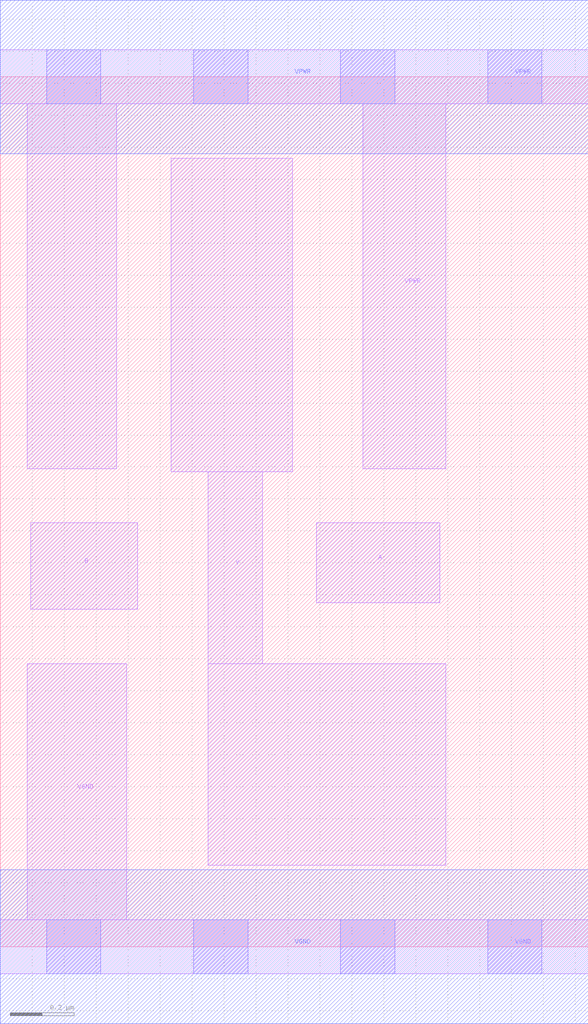
<source format=lef>
# Copyright 2020 The SkyWater PDK Authors
#
# Licensed under the Apache License, Version 2.0 (the "License");
# you may not use this file except in compliance with the License.
# You may obtain a copy of the License at
#
#     https://www.apache.org/licenses/LICENSE-2.0
#
# Unless required by applicable law or agreed to in writing, software
# distributed under the License is distributed on an "AS IS" BASIS,
# WITHOUT WARRANTIES OR CONDITIONS OF ANY KIND, either express or implied.
# See the License for the specific language governing permissions and
# limitations under the License.
#
# SPDX-License-Identifier: Apache-2.0

VERSION 5.7 ;
  NAMESCASESENSITIVE ON ;
  NOWIREEXTENSIONATPIN ON ;
  DIVIDERCHAR "/" ;
  BUSBITCHARS "[]" ;
UNITS
  DATABASE MICRONS 200 ;
END UNITS
PROPERTYDEFINITIONS
  MACRO maskLayoutSubType STRING ;
  MACRO prCellType STRING ;
  MACRO originalViewName STRING ;
END PROPERTYDEFINITIONS
MACRO sky130_fd_sc_hdll__nand2_1
  CLASS CORE ;
  FOREIGN sky130_fd_sc_hdll__nand2_1 ;
  ORIGIN  0.000000  0.000000 ;
  SIZE  1.840000 BY  2.720000 ;
  SYMMETRY X Y R90 ;
  SITE unithd ;
  PIN A
    ANTENNAGATEAREA  0.277500 ;
    DIRECTION INPUT ;
    USE SIGNAL ;
    PORT
      LAYER li1 ;
        RECT 0.990000 1.075000 1.375000 1.325000 ;
    END
  END A
  PIN B
    ANTENNAGATEAREA  0.277500 ;
    DIRECTION INPUT ;
    USE SIGNAL ;
    PORT
      LAYER li1 ;
        RECT 0.095000 1.055000 0.430000 1.325000 ;
    END
  END B
  PIN Y
    ANTENNADIFFAREA  0.491500 ;
    DIRECTION OUTPUT ;
    USE SIGNAL ;
    PORT
      LAYER li1 ;
        RECT 0.535000 1.485000 0.915000 2.465000 ;
        RECT 0.650000 0.255000 1.395000 0.885000 ;
        RECT 0.650000 0.885000 0.820000 1.485000 ;
    END
  END Y
  PIN VGND
    DIRECTION INOUT ;
    USE GROUND ;
    PORT
      LAYER li1 ;
        RECT 0.000000 -0.085000 1.840000 0.085000 ;
        RECT 0.085000  0.085000 0.395000 0.885000 ;
      LAYER mcon ;
        RECT 0.145000 -0.085000 0.315000 0.085000 ;
        RECT 0.605000 -0.085000 0.775000 0.085000 ;
        RECT 1.065000 -0.085000 1.235000 0.085000 ;
        RECT 1.525000 -0.085000 1.695000 0.085000 ;
      LAYER met1 ;
        RECT 0.000000 -0.240000 1.840000 0.240000 ;
    END
  END VGND
  PIN VPWR
    DIRECTION INOUT ;
    USE POWER ;
    PORT
      LAYER li1 ;
        RECT 0.000000 2.635000 1.840000 2.805000 ;
        RECT 0.085000 1.495000 0.365000 2.635000 ;
        RECT 1.135000 1.495000 1.395000 2.635000 ;
      LAYER mcon ;
        RECT 0.145000 2.635000 0.315000 2.805000 ;
        RECT 0.605000 2.635000 0.775000 2.805000 ;
        RECT 1.065000 2.635000 1.235000 2.805000 ;
        RECT 1.525000 2.635000 1.695000 2.805000 ;
      LAYER met1 ;
        RECT 0.000000 2.480000 1.840000 2.960000 ;
    END
  END VPWR
  PROPERTY maskLayoutSubType "abstract" ;
  PROPERTY prCellType "standard" ;
  PROPERTY originalViewName "layout" ;
END sky130_fd_sc_hdll__nand2_1

</source>
